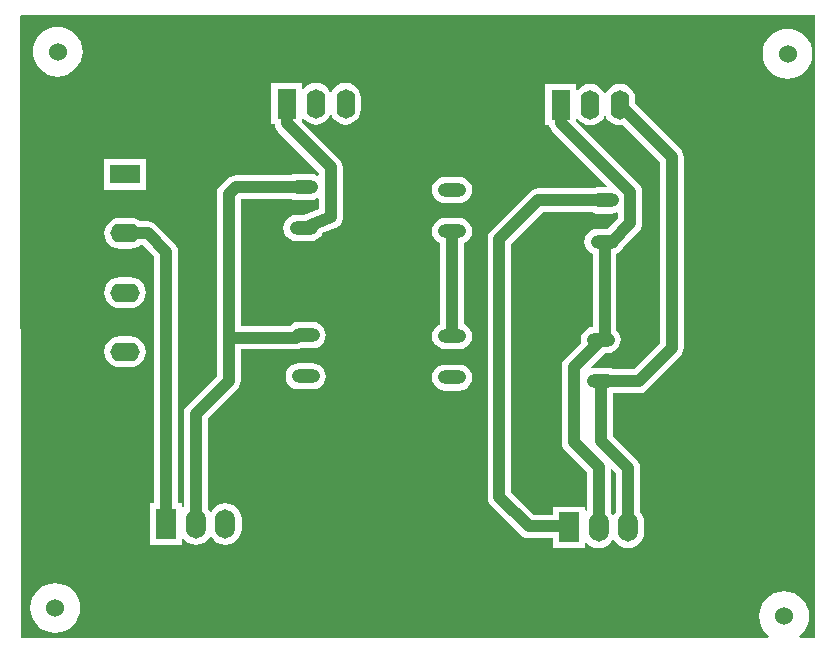
<source format=gtl>
%FSTAX23Y23*%
%MOIN*%
%SFA1B1*%

%IPPOS*%
%ADD21C,0.039370*%
%ADD22O,0.098430X0.062990*%
%ADD23R,0.098430X0.062990*%
%ADD24R,0.062990X0.098430*%
%ADD25O,0.062990X0.098430*%
%ADD26O,0.066930X0.098430*%
%ADD27R,0.066930X0.098430*%
%ADD28O,0.094000X0.047240*%
%ADD29C,0.060000*%
%LNpwrsup-1*%
%LPD*%
G36*
X03874Y02439D02*
X03869Y02437D01*
X03866Y0244*
X03823*
X03821Y02445*
X0383Y02453*
X0384Y02465*
X03848Y0248*
X03853Y02495*
X03854Y02511*
X03853Y02528*
X03848Y02543*
X0384Y02557*
X0383Y0257*
X03817Y0258*
X03803Y02588*
X03787Y02593*
X03771Y02594*
X03755Y02593*
X03739Y02588*
X03725Y0258*
X03712Y0257*
X03702Y02557*
X03694Y02543*
X0369Y02528*
X03688Y02511*
X0369Y02495*
X03694Y0248*
X03702Y02465*
X03712Y02453*
X03721Y02445*
X03719Y0244*
X01228*
X01224Y04511*
X01228Y04515*
X03874*
Y02439*
G37*
%LNpwrsup-2*%
%LPC*%
G36*
X0135Y04476D02*
X01334Y04475D01*
X01318Y0447*
X01304Y04462*
X01291Y04452*
X01281Y04439*
X01273Y04425*
X01268Y04409*
X01267Y04393*
X01268Y04377*
X01273Y04361*
X01281Y04347*
X01291Y04334*
X01304Y04324*
X01318Y04316*
X01334Y04312*
X0135Y0431*
X01366Y04312*
X01382Y04316*
X01396Y04324*
X01409Y04334*
X01419Y04347*
X01427Y04361*
X01431Y04377*
X01433Y04393*
X01431Y04409*
X01427Y04425*
X01419Y04439*
X01409Y04452*
X01396Y04462*
X01382Y0447*
X01366Y04475*
X0135Y04476*
G37*
G36*
X03783Y04468D02*
X03767Y04467D01*
X03751Y04462*
X03737Y04454*
X03724Y04444*
X03714Y04431*
X03706Y04417*
X03701Y04402*
X037Y04385*
X03701Y04369*
X03706Y04354*
X03714Y04339*
X03724Y04327*
X03737Y04316*
X03751Y04309*
X03767Y04304*
X03783Y04302*
X03799Y04304*
X03815Y04309*
X03829Y04316*
X03842Y04327*
X03852Y04339*
X0386Y04354*
X03864Y04369*
X03866Y04385*
X03864Y04402*
X0386Y04417*
X03852Y04431*
X03842Y04444*
X03829Y04454*
X03815Y04462*
X03799Y04467*
X03783Y04468*
G37*
G36*
X0231Y04289D02*
X02296Y04287D01*
X02284Y04282*
X02273Y04274*
X02265Y04263*
X02263Y04258*
X02258*
X02256Y04263*
X02248Y04274*
X02237Y04282*
X02224Y04287*
X02211Y04289*
X02198Y04287*
X02185Y04282*
X02175Y04274*
X02169Y04266*
X02164Y04268*
Y04288*
X02061*
Y04151*
X02073*
X02074Y04144*
X02078Y04134*
X02085Y04126*
X02221Y0399*
Y03981*
X02216Y03979*
X02215Y0398*
X02204Y03984*
X02193Y03986*
X02146*
X02135Y03984*
X02125Y03981*
X01944*
X01934Y03979*
X01924Y03975*
X01916Y03969*
X01893Y03946*
X01886Y03938*
X01882Y03928*
X01881Y03918*
Y0344*
Y03311*
X01782Y03212*
X01776Y03204*
X01772Y03195*
X01771Y03184*
Y02874*
X0177Y02873*
X01765Y02876*
Y02887*
X01752*
Y03724*
X0175Y03735*
X01746Y03744*
X0174Y03752*
X01678Y03815*
X01669Y03821*
X0166Y03825*
X0165Y03827*
X01624*
X01618Y03832*
X01605Y03837*
X01592Y03839*
X01557*
X01543Y03837*
X01531Y03832*
X0152Y03823*
X01512Y03813*
X01507Y038*
X01505Y03787*
X01507Y03774*
X01512Y03761*
X0152Y0375*
X01531Y03742*
X01543Y03737*
X01557Y03735*
X01592*
X01605Y03737*
X01618Y03742*
X01624Y03747*
X01633*
X01672Y03708*
Y02887*
X01659*
Y0275*
X01765*
Y02767*
X0177Y02768*
X01773Y02765*
X01784Y02756*
X01797Y02751*
X01811Y02749*
X01824Y02751*
X01837Y02756*
X01848Y02765*
X01857Y02776*
X01857Y02777*
X01862*
X01863Y02776*
X01871Y02765*
X01882Y02756*
X01895Y02751*
X01909Y02749*
X01923Y02751*
X01936Y02756*
X01947Y02765*
X01955Y02776*
X01961Y02789*
X01963Y02803*
Y02834*
X01961Y02848*
X01955Y02861*
X01947Y02872*
X01936Y02881*
X01923Y02886*
X01909Y02888*
X01895Y02886*
X01882Y02881*
X01871Y02872*
X01863Y02861*
X01862Y0286*
X01857*
X01857Y02861*
X0185Y0287*
Y03168*
X01949Y03267*
X01955Y03275*
X01959Y03284*
X0196Y03295*
Y03401*
X02143*
X02154Y03402*
X0216Y03405*
X022*
X02211Y03406*
X02222Y0341*
X02231Y03417*
X02238Y03426*
X02242Y03437*
X02244Y03448*
X02242Y0346*
X02238Y0347*
X02231Y03479*
X02222Y03486*
X02211Y03491*
X022Y03492*
X02153*
X02142Y03491*
X02131Y03486*
X02124Y0348*
X0196*
Y03901*
X02132*
X02135Y039*
X02146Y03899*
X02193*
X02204Y039*
X02215Y03904*
X02216Y03906*
X02221Y03903*
Y03868*
X02172Y03848*
X02146*
X02135Y03847*
X02124Y03842*
X02115Y03835*
X02108Y03826*
X02104Y03816*
X02102Y03805*
X02104Y03793*
X02108Y03783*
X02115Y03774*
X02124Y03767*
X02135Y03762*
X02146Y03761*
X02193*
X02204Y03762*
X02215Y03767*
X02224Y03774*
X02231Y03783*
X02232Y03787*
X02275Y03804*
X02278Y03805*
X0228Y03806*
X02282Y03808*
X02284Y03809*
X02286Y03811*
X02289Y03812*
X0229Y03814*
X02292Y03816*
X02293Y03818*
X02295Y03821*
X02296Y03823*
X02297Y03825*
X02298Y03828*
X02299Y0383*
X02299Y03832*
X023Y03835*
X023Y03838*
X023Y03841*
Y04007*
X02299Y04017*
X02295Y04026*
X02289Y04035*
X02164Y04159*
Y04171*
X02169Y04173*
X02175Y04165*
X02185Y04157*
X02198Y04152*
X02211Y0415*
X02224Y04152*
X02237Y04157*
X02248Y04165*
X02256Y04176*
X02258Y04181*
X02263*
X02265Y04176*
X02273Y04165*
X02284Y04157*
X02296Y04152*
X0231Y0415*
X02323Y04152*
X02335Y04157*
X02346Y04165*
X02354Y04176*
X02359Y04188*
X02361Y04202*
Y04237*
X02359Y04251*
X02354Y04263*
X02346Y04274*
X02335Y04282*
X02323Y04287*
X0231Y04289*
G37*
G36*
X03224Y04285D02*
X03211Y04284D01*
X03198Y04278*
X03187Y0427*
X03179Y0426*
X03177Y04255*
X03172*
X0317Y0426*
X03162Y0427*
X03151Y04278*
X03139Y04284*
X03125Y04285*
X03112Y04284*
X031Y04278*
X03089Y0427*
X03083Y04263*
X03078Y04264*
Y04285*
X02976*
Y04147*
X02989*
X02989Y04146*
X02993Y04136*
X02999Y04128*
X03181Y03945*
X03179Y03941*
X03149*
X03138Y03939*
X03132Y03937*
X02952*
X02942Y03936*
X02932Y03932*
X02924Y03925*
X02794Y03795*
X02788Y03787*
X02784Y03777*
X02783Y03767*
Y02909*
X02784Y02899*
X02788Y02889*
X02794Y02881*
X02893Y02782*
X02901Y02776*
X0291Y02772*
X02921Y02771*
X03001*
Y02738*
X03108*
Y02755*
X03113Y02756*
X03115Y02753*
X03126Y02744*
X03139Y02739*
X03153Y02737*
X03167Y02739*
X0318Y02744*
X03191Y02753*
X03199Y02764*
X032Y02765*
X03205*
X03205Y02764*
X03214Y02753*
X03225Y02744*
X03238Y02739*
X03251Y02737*
X03265Y02739*
X03278Y02744*
X03289Y02753*
X03298Y02764*
X03303Y02777*
X03305Y02791*
Y02822*
X03303Y02836*
X03298Y02849*
X03291Y02858*
Y03005*
X0329Y03015*
X03286Y03024*
X0328Y03033*
X03201Y03112*
Y03255*
X03202Y03255*
X03287*
X03297Y03256*
X03307Y0326*
X03315Y03267*
X03425Y03377*
X03432Y03385*
X03435Y03395*
X03437Y03405*
Y04043*
X03435Y04053*
X03432Y04063*
X03425Y04071*
X03276Y04221*
Y04234*
X03274Y04247*
X03269Y0426*
X0326Y0427*
X0325Y04278*
X03237Y04284*
X03224Y04285*
G37*
G36*
X01643Y04035D02*
X01505D01*
Y03933*
X01643*
Y04035*
G37*
G36*
X02688Y03976D02*
X02641D01*
X0263Y03974*
X02619Y0397*
X0261Y03963*
X02603Y03954*
X02599Y03944*
X02597Y03932*
X02599Y03921*
X02603Y0391*
X0261Y03901*
X02619Y03894*
X0263Y0389*
X02641Y03889*
X02688*
X02699Y0389*
X0271Y03894*
X02719Y03901*
X02726Y0391*
X0273Y03921*
X02732Y03932*
X0273Y03944*
X02726Y03954*
X02719Y03963*
X0271Y0397*
X02699Y03974*
X02688Y03976*
G37*
G36*
X01592Y03642D02*
X01557D01*
X01543Y0364*
X01531Y03635*
X0152Y03627*
X01512Y03616*
X01507Y03603*
X01505Y0359*
X01507Y03577*
X01512Y03564*
X0152Y03554*
X01531Y03545*
X01543Y0354*
X01557Y03538*
X01592*
X01605Y0354*
X01618Y03545*
X01629Y03554*
X01637Y03564*
X01642Y03577*
X01644Y0359*
X01642Y03603*
X01637Y03616*
X01629Y03627*
X01618Y03635*
X01605Y0364*
X01592Y03642*
G37*
G36*
X02688Y03838D02*
X02641D01*
X0263Y03837*
X02619Y03832*
X0261Y03825*
X02603Y03816*
X02599Y03806*
X02597Y03795*
X02599Y03783*
X02603Y03773*
X0261Y03764*
X02619Y03757*
X02625Y03754*
Y03619*
X02625Y03616*
Y03484*
X0262Y03482*
X02611Y03475*
X02604Y03466*
X02599Y03456*
X02598Y03444*
X02599Y03433*
X02604Y03423*
X02611Y03414*
X0262Y03407*
X0263Y03402*
X02641Y03401*
X02688*
X027Y03402*
X0271Y03407*
X02719Y03414*
X02726Y03423*
X0273Y03433*
X02732Y03444*
X0273Y03456*
X02726Y03466*
X02719Y03475*
X0271Y03482*
X02705Y03484*
Y03619*
X02704Y03621*
Y03754*
X0271Y03757*
X02719Y03764*
X02726Y03773*
X0273Y03783*
X02732Y03795*
X0273Y03806*
X02726Y03816*
X02719Y03825*
X0271Y03832*
X02699Y03837*
X02688Y03838*
G37*
G36*
X01592Y03445D02*
X01557D01*
X01543Y03443*
X01531Y03438*
X0152Y0343*
X01512Y03419*
X01507Y03407*
X01505Y03393*
X01507Y0338*
X01512Y03367*
X0152Y03357*
X01531Y03348*
X01543Y03343*
X01557Y03342*
X01592*
X01605Y03343*
X01618Y03348*
X01629Y03357*
X01637Y03367*
X01642Y0338*
X01644Y03393*
X01642Y03407*
X01637Y03419*
X01629Y0343*
X01618Y03438*
X01605Y03443*
X01592Y03445*
G37*
G36*
X022Y03354D02*
X02153D01*
X02142Y03353*
X02131Y03348*
X02122Y03341*
X02115Y03332*
X02111Y03322*
X0211Y03311*
X02111Y03299*
X02115Y03289*
X02122Y0328*
X02131Y03273*
X02142Y03268*
X02153Y03267*
X022*
X02211Y03268*
X02222Y03273*
X02231Y0328*
X02238Y03289*
X02242Y03299*
X02244Y03311*
X02242Y03322*
X02238Y03332*
X02231Y03341*
X02222Y03348*
X02211Y03353*
X022Y03354*
G37*
G36*
X02688Y0335D02*
X02641D01*
X0263Y03349*
X0262Y03344*
X02611Y03337*
X02604Y03328*
X02599Y03318*
X02598Y03307*
X02599Y03295*
X02604Y03285*
X02611Y03276*
X0262Y03269*
X0263Y03264*
X02641Y03263*
X02688*
X027Y03264*
X0271Y03269*
X02719Y03276*
X02726Y03285*
X0273Y03295*
X02732Y03307*
X0273Y03318*
X02726Y03328*
X02719Y03337*
X0271Y03344*
X027Y03349*
X02688Y0335*
G37*
G36*
X01342Y02622D02*
X01326Y0262D01*
X0131Y02616*
X01296Y02608*
X01283Y02598*
X01273Y02585*
X01265Y02571*
X01261Y02555*
X01259Y02539*
X01261Y02523*
X01265Y02507*
X01273Y02493*
X01283Y0248*
X01296Y0247*
X0131Y02462*
X01326Y02457*
X01342Y02456*
X01358Y02457*
X01374Y02462*
X01388Y0247*
X01401Y0248*
X01411Y02493*
X01419Y02507*
X01424Y02523*
X01425Y02539*
X01424Y02555*
X01419Y02571*
X01411Y02585*
X01401Y02598*
X01388Y02608*
X01374Y02616*
X01358Y0262*
X01342Y02622*
G37*
%LNpwrsup-3*%
%LPD*%
G36*
X03179Y04173D02*
X03187Y04162D01*
X03198Y04154*
X03211Y04148*
X03224Y04147*
X03236Y04148*
X03357Y04026*
Y03421*
X0327Y03334*
X03202*
X03196Y03337*
X03184Y03338*
X03138*
X03129Y03337*
X03127Y03342*
X03173Y03389*
X03184*
X03196Y0339*
X03206Y03395*
X03215Y03402*
X03222Y03411*
X03226Y03421*
X03228Y03433*
X03226Y03444*
X03222Y03454*
X03215Y03463*
X03212Y03466*
Y03719*
X03218Y03722*
X03227Y03728*
X03234Y03738*
X03236Y03743*
X03287Y03794*
X03293Y03802*
X03297Y03812*
X03299Y03822*
Y03924*
X03297Y03934*
X03293Y03944*
X03287Y03952*
X03078Y04161*
Y04168*
X03083Y04169*
X03089Y04162*
X031Y04154*
X03112Y04148*
X03125Y04147*
X03139Y04148*
X03151Y04154*
X03162Y04162*
X0317Y04173*
X03172Y04177*
X03177*
X03179Y04173*
G37*
G36*
X03219Y03855D02*
Y03838D01*
X03184Y03803*
X03149*
X03138Y03802*
X03128Y03797*
X03118Y0379*
X03112Y03781*
X03107Y03771*
X03106Y03759*
X03107Y03748*
X03112Y03738*
X03118Y03728*
X03128Y03722*
X03133Y03719*
Y03476*
X03126Y03475*
X03116Y0347*
X03107Y03463*
X031Y03454*
X03095Y03444*
X03094Y03433*
X03095Y03423*
X03042Y0337*
X03036Y03362*
X03032Y03352*
X03031Y03342*
Y03092*
X03032Y03081*
X03036Y03072*
X03042Y03063*
X03113Y02993*
Y02862*
X03113Y02861*
X03108Y02864*
Y02875*
X03001*
Y0285*
X02937*
X02862Y02925*
Y03751*
X02969Y03857*
X03132*
X03138Y03855*
X03149Y03853*
X03196*
X03207Y03855*
X03214Y03858*
X03219Y03855*
G37*
G36*
X03212Y02988D02*
Y02858D01*
X03205Y02849*
X03205Y02848*
X032*
X03199Y02849*
X03193Y02858*
Y03001*
X03197Y03002*
X03212Y02988*
G37*
G54D21*
X02921Y02811D02*
X03041D01*
X02822Y02909D02*
Y03767D01*
Y02909D02*
X02921Y02811D01*
X03397Y03405D02*
Y04043D01*
X03161Y03295D02*
X03287D01*
X03397Y03405*
X03224Y04205D02*
Y04216D01*
Y04205D02*
X03235Y04194D01*
X03246*
X03397Y04043*
X01921Y03295D02*
Y0344D01*
Y03918*
X02151Y03448D02*
X02177D01*
X02143Y0344D02*
X02151Y03448D01*
X01921Y0344D02*
X02143D01*
X01811Y03184D02*
X01921Y03295D01*
X01811Y02818D02*
Y03184D01*
X01921Y03918D02*
X01944Y03941D01*
X02168*
X0217Y03942*
X03045Y02807D02*
X03055D01*
X03041Y02811D02*
X03045Y02807D01*
X02822Y03767D02*
X02952Y03897D01*
X03173*
Y03433D02*
Y03759D01*
X02113Y04154D02*
Y0422D01*
Y04154D02*
X02261Y04007D01*
Y03841D02*
Y04007D01*
X0217Y03805D02*
X02261Y03841D01*
X03027Y04156D02*
Y04216D01*
Y04156D02*
X03259Y03924D01*
Y03822D02*
Y03924D01*
X03197Y03759D02*
X03259Y03822D01*
X03173Y03759D02*
X03197D01*
X01712Y02818D02*
Y03724D01*
X0165Y03787D02*
X01712Y03724D01*
X01574Y03787D02*
X0165D01*
X03161Y03433D02*
X03173D01*
X03153Y02807D02*
Y03009D01*
X03071Y03092D02*
X03153Y03009D01*
X03071Y03092D02*
Y03342D01*
X03161Y03433*
X02665Y03619D02*
Y03795D01*
Y03619D02*
X02665Y03619D01*
Y03444D02*
Y03619D01*
X03161Y03095D02*
Y03295D01*
Y03095D02*
X03251Y03005D01*
Y02807D02*
Y03005D01*
G54D22*
X01574Y03787D03*
Y03393D03*
Y0359D03*
G54D23*
X01574Y03984D03*
G54D24*
X03027Y04216D03*
X02113Y0422D03*
G54D25*
X03125Y04216D03*
X03224D03*
X02211Y0422D03*
X0231D03*
G54D26*
X03251Y02807D03*
X03153D03*
X01811Y02818D03*
X01909D03*
G54D27*
X03055Y02807D03*
X01712Y02818D03*
G54D28*
X03161Y03433D03*
Y03295D03*
X02665Y03444D03*
Y03307D03*
X02177Y03448D03*
Y03311D03*
X03173Y03897D03*
Y03759D03*
X02665Y03932D03*
Y03795D03*
X0217Y03805D03*
Y03942D03*
G54D29*
X03783Y04385D03*
X03771Y02511D03*
X01342Y02539D03*
X0135Y04393D03*
M02*
</source>
